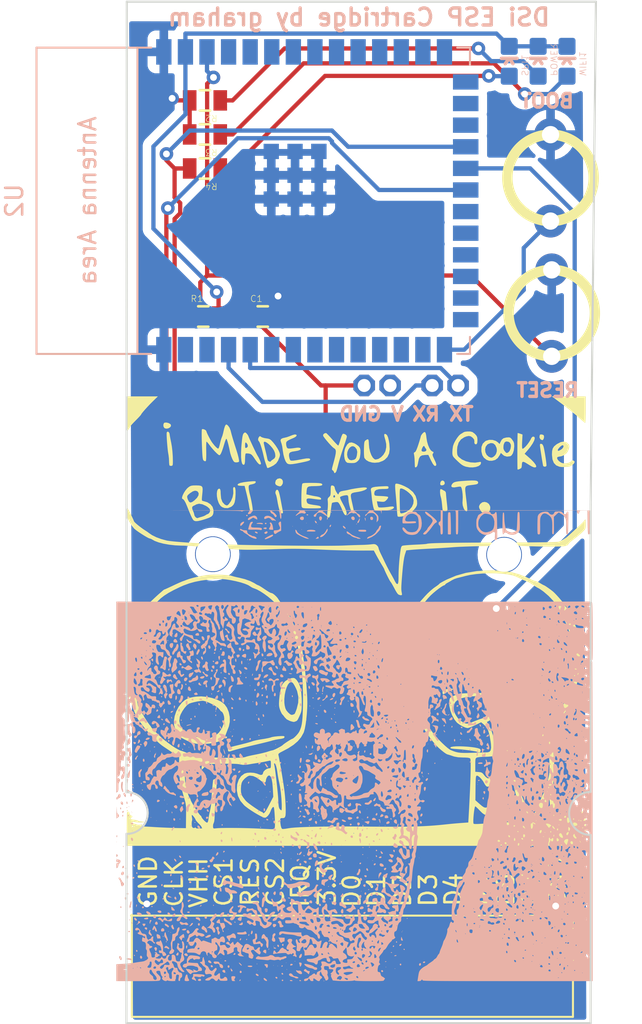
<source format=kicad_pcb>
(kicad_pcb (version 20240108) (generator "pcbnew") (generator_version "8.0")
  (title_block (title "Nintendo DS Breakout Board") (date "2021-01-04") (rev "1.0") (company "pedro-javierf") (comment 1 "pedrojavier.com") (comment 2 "A breakout board for Nintendo DS/DSi/3DS exposing all signals"))
  (layers (0 "F.Cu" signal) (31 "B.Cu" signal) (34 "B.Paste" user) (35 "F.Paste" user) (36 "B.SilkS" user "B.Silkscreen") (37 "F.SilkS" user "F.Silkscreen") (38 "B.Mask" user) (39 "F.Mask" user) (44 "Edge.Cuts" user))
  (net 0 "")
  (net 33 "unconnected-(U1-D5-Pad13)")
  (net 35 "/GND")
  (net 39 "unconnected-(U1-UNUSED-Pad3)")
  (net 42 "/TXD")
  (net 43 "/RXD")
  (net 44 "/VCC")
  (net 45 "/SPI_CS")
  (net 46 "/SPI_CLK")
  (net 47 "/SPI_MOSI")
  (net 48 "/SPI_MISO")
  (net 49 "Net-(BOOT1-1)")
  (net 50 "Net-(RESET1-1)")
  (net 51 "Net-(POWER2-PadA)")
  (net 52 "Net-(R3-Pad1)")
  (net 53 "Net-(R4-Pad1)")
  (footprint "Connector:nds_contact_pads" (layer "F.Cu") (at 124.5 92.8579)
    (property "Reference" "U1" (hide yes))
    (property "Value" "ndsPADS" (hide yes))
    (pad "1" smd rect (at -7.1 3.95) (size 1 5) (layers "F.Cu" "F.Paste" "F.Mask") (net 35 "/GND"))
    (pad "2" smd rect (at -5.6 3.35) (size 1 3.8) (layers "F.Cu" "F.Paste" "F.Mask") (net 46 "/SPI_CLK"))
    (pad "3" smd rect (at -4.1 3.35) (size 1 3.8) (layers "F.Cu" "F.Paste" "F.Mask") (net 39 "unconnected-(U1-UNUSED-Pad3)"))
    (pad "4" smd rect (at -2.6 3.35) (size 1 3.8) (layers "F.Cu" "F.Paste" "F.Mask"))
    (pad "5" smd rect (at -1.1 3.35) (size 1 3.8) (layers "F.Cu" "F.Paste" "F.Mask"))
    (pad "6" smd rect (at 0.4 3.35) (size 1 3.8) (layers "F.Cu" "F.Paste" "F.Mask") (net 45 "/SPI_CS"))
    (pad "7" smd rect (at 1.9 3.35) (size 1 3.8) (layers "F.Cu" "F.Paste" "F.Mask"))
    (pad "8" smd rect (at 3.4 3.7) (size 1 4.5) (layers "F.Cu" "F.Paste" "F.Mask") (net 44 "/VCC"))
    (pad "9" smd rect (at 4.9 3.35) (size 1 3.8) (layers "F.Cu" "F.Paste" "F.Mask"))
    (pad "10" smd rect (at 6.4 3.35) (size 1 3.8) (layers "F.Cu" "F.Paste" "F.Mask"))
    (pad "11" smd rect (at 7.9 3.35) (size 1 3.8) (layers "F.Cu" "F.Paste" "F.Mask"))
    (pad "12" smd rect (at 9.4 3.35) (size 1 3.8) (layers "F.Cu" "F.Paste" "F.Mask"))
    (pad "13" smd rect (at 10.9 3.35) (size 1 3.8) (layers "F.Cu" "F.Paste" "F.Mask") (net 33 "unconnected-(U1-D5-Pad13)"))
    (pad "14" smd rect (at 12.4 3.35) (size 1 3.8) (layers "F.Cu" "F.Paste" "F.Mask"))
    (pad "15" smd rect (at 13.9 3.35) (size 1 3.8) (layers "F.Cu" "F.Paste" "F.Mask"))
    (pad "16" smd rect (at 15.4 3.35) (size 1 3.8) (layers "F.Cu" "F.Paste" "F.Mask") (net 47 "/SPI_MOSI"))
    (pad "17" smd rect (at 16.9 3.95) (size 1 5) (layers "F.Cu" "F.Paste" "F.Mask") (net 35 "/GND"))
  )
  (footprint "Ilya_Teach:1X2_SMALL_TH" (layer "F.Cu") (at 134.93 62.7529)
    (property "Reference" "PROGRAM1" (hide yes))
    (property "Value" "~")
    (pad "1" thru_hole roundrect (at -0.762 0) (size 1.27 1.27) (drill 0.762) (layers "*.Cu" "*.Mask") (chamfer_ratio 0.2928932188) (chamfer top_left top_right bottom_left bottom_right) (net 42 "/TXD"))
    (pad "2" thru_hole roundrect (at 0.762 0) (size 1.27 1.27) (drill 0.762) (layers "*.Cu" "*.Mask") (chamfer_ratio 0.2928932188) (chamfer top_left top_right bottom_left bottom_right) (net 43 "/RXD"))
  )
  (footprint "Ilya_Teach:0805" (layer "F.Cu") (at 120.8 48 180)
    (property "Reference" "R3" (at -0.762 -0.8255 180) (layer "F.SilkS") (effects (font (size 0.373888 0.373888) (thickness 0.032512)) (justify left bottom)))
    (property "Value" "330")
    (pad "1" smd rect (at -0.9 0 180) (size 0.8 1.2) (layers "F.Cu" "F.Paste" "F.Mask") (net 52 "Net-(R3-Pad1)"))
    (pad "2" smd rect (at 0.9 0 180) (size 0.8 1.2) (layers "F.Cu" "F.Paste" "F.Mask") (net 35 "/GND"))
  )
  (footprint "Ilya_Teach:BTN_2" (layer "F.Cu") (at 141.2 58.5 90)
    (property "Reference" "RESET1" (hide yes))
    (property "Value" "~")
    (pad "P$1" thru_hole circle (at -2.54 0 90) (size 1.9304 1.9304) (drill 1.016) (layers "*.Cu" "*.Mask") (net 50 "Net-(RESET1-1)"))
    (pad "P$2" thru_hole circle (at 2.54 0 90) (size 1.9304 1.9304) (drill 1.016) (layers "*.Cu" "*.Mask") (net 35 "/GND"))
  )
  (footprint "Ilya_Teach:1X2_SMALL_TH" (layer "F.Cu") (at 130.93 62.7529)
    (property "Reference" "POWER1" (hide yes))
    (property "Value" "~")
    (pad "1" thru_hole roundrect (at -0.762 0) (size 1.27 1.27) (drill 0.762) (layers "*.Cu" "*.Mask") (chamfer_ratio 0.2928932188) (chamfer top_left top_right bottom_left bottom_right) (net 44 "/VCC"))
    (pad "2" thru_hole roundrect (at 0.762 0) (size 1.27 1.27) (drill 0.762) (layers "*.Cu" "*.Mask") (chamfer_ratio 0.2928932188) (chamfer top_left top_right bottom_left bottom_right) (net 35 "/GND"))
  )
  (footprint "Ilya_Teach:BTN_2" (layer "F.Cu") (at 141.13 50.5529 90)
    (property "Reference" "BOOT1" (hide yes))
    (property "Value" "~")
    (pad "P$1" thru_hole circle (at -2.54 0 90) (size 1.9304 1.9304) (drill 1.016) (layers "*.Cu" "*.Mask") (net 49 "Net-(BOOT1-1)"))
    (pad "P$2" thru_hole circle (at 2.54 0 90) (size 1.9304 1.9304) (drill 1.016) (layers "*.Cu" "*.Mask") (net 35 "/GND"))
  )
  (footprint "LOGO" (layer "F.Cu") (at 129.7 76.6)
    (property "Reference" "G***" (hide yes))
    (property "Value" "LOGO" (hide yes))
  )
  (footprint "Ilya_Teach:0805" (layer "F.Cu") (at 124.2 58.7)
    (property "Reference" "C1" (at -0.762 -0.8255 0) (layer "F.SilkS") (effects (font (size 0.373888 0.373888) (thickness 0.032512)) (justify left bottom)))
    (property "Value" "~")
    (pad "1" smd rect (at -0.9 0) (size 0.8 1.2) (layers "F.Cu" "F.Paste" "F.Mask") (net 44 "/VCC"))
    (pad "2" smd rect (at 0.9 0) (size 0.8 1.2) (layers "F.Cu" "F.Paste" "F.Mask") (net 35 "/GND"))
  )
  (footprint "Ilya_Teach:0805" (layer "F.Cu") (at 120.8 46 180)
    (property "Reference" "R2" (at -0.762 -0.8255 180) (layer "F.SilkS") (effects (font (size 0.373888 0.373888) (thickness 0.032512)) (justify left bottom)))
    (property "Value" "330")
    (pad "1" smd rect (at -0.9 0 180) (size 0.8 1.2) (layers "F.Cu" "F.Paste" "F.Mask") (net 51 "Net-(POWER2-PadA)"))
    (pad "2" smd rect (at 0.9 0 180) (size 0.8 1.2) (layers "F.Cu" "F.Paste" "F.Mask") (net 35 "/GND"))
  )
  (footprint "Ilya_Teach:0805" (layer "F.Cu") (at 120.8 50 180)
    (property "Reference" "R4" (at -0.762 -0.8255 180) (layer "F.SilkS") (effects (font (size 0.373888 0.373888) (thickness 0.032512)) (justify left bottom)))
    (property "Value" "330")
    (pad "1" smd rect (at -0.9 0 180) (size 0.8 1.2) (layers "F.Cu" "F.Paste" "F.Mask") (net 53 "Net-(R4-Pad1)"))
    (pad "2" smd rect (at 0.9 0 180) (size 0.8 1.2) (layers "F.Cu" "F.Paste" "F.Mask") (net 45 "/SPI_CS"))
  )
  (footprint "Ilya_Teach:0805" (layer "F.Cu") (at 120.7 58.7)
    (property "Reference" "R1" (at -0.762 -0.8255 0) (layer "F.SilkS") (effects (font (size 0.373888 0.373888) (thickness 0.032512)) (justify left bottom)))
    (property "Value" "10000")
    (pad "1" smd rect (at -0.9 0) (size 0.8 1.2) (layers "F.Cu" "F.Paste" "F.Mask") (net 50 "Net-(RESET1-1)"))
    (pad "2" smd rect (at 0.9 0) (size 0.8 1.2) (layers "F.Cu" "F.Paste" "F.Mask") (net 44 "/VCC"))
  )
  (footprint "PCM_Espressif:ESP32-S3-WROOM-1" (layer "B.Cu") (at 126.64 51.9 -90)
    (property "Reference" "U2" (at 0 17.05 90) (layer "B.SilkS") (effects (justify mirror)))
    (property "Value" "ESP32-S3-WROOM-1")
    (fp_text user "Antenna Area" (at 0 12.75 90) (layer "B.SilkS") (effects (justify mirror)))
    (pad "1" smd rect (at -8.75 8.26 270) (size 1.5 0.9) (layers "B.Cu" "B.Paste" "B.Mask") (net 35 "/GND"))
    (pad "2" smd rect (at -8.75 6.99 270) (size 1.5 0.9) (layers "B.Cu" "B.Paste" "B.Mask") (net 44 "/VCC"))
    (pad "3" smd rect (at -8.75 5.72 270) (size 1.5 0.9) (layers "B.Cu" "B.Paste" "B.Mask") (net 50 "Net-(RESET1-1)"))
    (pad "4" smd rect (at -8.75 4.45 270) (size 1.5 0.9) (layers "B.Cu" "B.Paste" "B.Mask"))
    (pad "5" smd rect (at -8.75 3.18 270) (size 1.5 0.9) (layers "B.Cu" "B.Paste" "B.Mask"))
    (pad "6" smd rect (at -8.75 1.91 270) (size 1.5 0.9) (layers "B.Cu" "B.Paste" "B.Mask"))
    (pad "7" smd rect (at -8.75 0.64 270) (size 1.5 0.9) (layers "B.Cu" "B.Paste" "B.Mask"))
    (pad "8" smd rect (at -8.75 -0.63 270) (size 1.5 0.9) (layers "B.Cu" "B.Paste" "B.Mask"))
    (pad "9" smd rect (at -8.75 -1.9 270) (size 1.5 0.9) (layers "B.Cu" "B.Paste" "B.Mask"))
    (pad "10" smd rect (at -8.75 -3.17 270) (size 1.5 0.9) (layers "B.Cu" "B.Paste" "B.Mask"))
    (pad "11" smd rect (at -8.75 -4.44 270) (size 1.5 0.9) (layers "B.Cu" "B.Paste" "B.Mask"))
    (pad "12" smd rect (at -8.75 -5.71 270) (size 1.5 0.9) (layers "B.Cu" "B.Paste" "B.Mask"))
    (pad "13" smd rect (at -8.75 -6.98 270) (size 1.5 0.9) (layers "B.Cu" "B.Paste" "B.Mask"))
    (pad "14" smd rect (at -8.75 -8.25 270) (size 1.5 0.9) (layers "B.Cu" "B.Paste" "B.Mask"))
    (pad "15" smd rect (at -6.985 -9.5 180) (size 1.5 0.9) (layers "B.Cu" "B.Paste" "B.Mask"))
    (pad "16" smd rect (at -5.715 -9.5 180) (size 1.5 0.9) (layers "B.Cu" "B.Paste" "B.Mask"))
    (pad "17" smd rect (at -4.445 -9.5 180) (size 1.5 0.9) (layers "B.Cu" "B.Paste" "B.Mask"))
    (pad "18" smd rect (at -3.175 -9.5 180) (size 1.5 0.9) (layers "B.Cu" "B.Paste" "B.Mask") (net 45 "/SPI_CS"))
    (pad "19" smd rect (at -1.905 -9.5 180) (size 1.5 0.9) (layers "B.Cu" "B.Paste" "B.Mask") (net 47 "/SPI_MOSI"))
    (pad "20" smd rect (at -0.635 -9.5 180) (size 1.5 0.9) (layers "B.Cu" "B.Paste" "B.Mask") (net 46 "/SPI_CLK"))
    (pad "21" smd rect (at 0.635 -9.5 180) (size 1.5 0.9) (layers "B.Cu" "B.Paste" "B.Mask") (net 48 "/SPI_MISO"))
    (pad "22" smd rect (at 1.905 -9.5 180) (size 1.5 0.9) (layers "B.Cu" "B.Paste" "B.Mask"))
    (pad "23" smd rect (at 3.175 -9.5 180) (size 1.5 0.9) (layers "B.Cu" "B.Paste" "B.Mask"))
    (pad "24" smd rect (at 4.445 -9.5 180) (size 1.5 0.9) (layers "B.Cu" "B.Paste" "B.Mask"))
    (pad "25" smd rect (at 5.715 -9.5 180) (size 1.5 0.9) (layers "B.Cu" "B.Paste" "B.Mask"))
    (pad "26" smd rect (at 6.985 -9.5 180) (size 1.5 0.9) (layers "B.Cu" "B.Paste" "B.Mask"))
    (pad "27" smd rect (at 8.75 -8.25 90) (size 1.5 0.9) (layers "B.Cu" "B.Paste" "B.Mask") (net 49 "Net-(BOOT1-1)"))
    (pad "28" smd rect (at 8.75 -6.98 90) (size 1.5 0.9) (layers "B.Cu" "B.Paste" "B.Mask"))
    (pad "29" smd rect (at 8.75 -5.71 90) (size 1.5 0.9) (layers "B.Cu" "B.Paste" "B.Mask"))
    (pad "30" smd rect (at 8.75 -4.44 90) (size 1.5 0.9) (layers "B.Cu" "B.Paste" "B.Mask"))
    (pad "31" smd rect (at 8.75 -3.17 90) (size 1.5 0.9) (layers "B.Cu" "B.Paste" "B.Mask"))
    (pad "32" smd rect (at 8.75 -1.9 90) (size 1.5 0.9) (layers "B.Cu" "B.Paste" "B.Mask"))
    (pad "33" smd rect (at 8.75 -0.63 90) (size 1.5 0.9) (layers "B.Cu" "B.Paste" "B.Mask"))
    (pad "34" smd rect (at 8.75 0.64 90) (size 1.5 0.9) (layers "B.Cu" "B.Paste" "B.Mask"))
    (pad "35" smd rect (at 8.75 1.91 90) (size 1.5 0.9) (layers "B.Cu" "B.Paste" "B.Mask"))
    (pad "36" smd rect (at 8.75 3.18 90) (size 1.5 0.9) (layers "B.Cu" "B.Paste" "B.Mask") (net 43 "/RXD"))
    (pad "37" smd rect (at 8.75 4.45 90) (size 1.5 0.9) (layers "B.Cu" "B.Paste" "B.Mask") (net 42 "/TXD"))
    (pad "38" smd rect (at 8.75 5.72 90) (size 1.5 0.9) (layers "B.Cu" "B.Paste" "B.Mask"))
    (pad "39" smd rect (at 8.75 6.99 90) (size 1.5 0.9) (layers "B.Cu" "B.Paste" "B.Mask"))
    (pad "40" smd rect (at 8.75 8.26 90) (size 1.5 0.9) (layers "B.Cu" "B.Paste" "B.Mask") (net 35 "/GND"))
    (pad "41" smd rect (at -2.9 -0.86 90) (size 0.9 0.9) (layers "B.Cu" "B.Paste" "B.Mask") (net 35 "/GND"))
    (pad "41" smd rect (at -2.9 -0.86 90) (size 0.9 0.9) (layers "B.Cu" "B.Paste" "B.Mask") (net 35 "/GND"))
    (pad "41" smd rect (at -2.9 0.54 90) (size 0.9 0.9) (layers "B.Cu" "B.Paste" "B.Mask") (net 35 "/GND"))
    (pad "41" smd rect (at -2.9 1.94 90) (size 0.9 0.9) (layers "B.Cu" "B.Paste" "B.Mask") (net 35 "/GND"))
    (pad "41" smd rect (at -1.5 -0.86 90) (size 0.9 0.9) (layers "B.Cu" "B.Paste" "B.Mask") (net 35 "/GND"))
    (pad "41" smd rect (at -1.5 0.54 90) (size 0.9 0.9) (layers "B.Cu" "B.Paste" "B.Mask") (net 35 "/GND"))
    (pad "41" smd rect (at -1.5 1.94 90) (size 0.9 0.9) (layers "B.Cu" "B.Paste" "B.Mask") (net 35 "/GND"))
    (pad "41" smd rect (at -1.5 1.94 90) (size 0.9 0.9) (layers "B.Cu" "B.Paste" "B.Mask") (net 35 "/GND"))
    (pad "41" smd rect (at -0.1 -0.86 90) (size 0.9 0.9) (layers "B.Cu" "B.Paste" "B.Mask") (net 35 "/GND"))
    (pad "41" smd rect (at -0.1 0.54 90) (size 0.9 0.9) (layers "B.Cu" "B.Paste" "B.Mask") (net 35 "/GND"))
    (pad "41" smd rect (at -0.1 1.94 90) (size 0.9 0.9) (layers "B.Cu" "B.Paste" "B.Mask") (net 35 "/GND"))
    (zone (net 0) (net_name "") (layers "*.Cu") (name "antenna keepout") (connect_pads (clearance 0)) (min_thickness 0.254)
      (keepout (tracks not_allowed) (vias not_allowed) (pads not_allowed) (copperpour not_allowed) (footprints not_allowed))
      (fill (thermal_gap 0.508) (thermal_bridge_width 0.508))
      (polygon (pts (xy 116.84 60.9) (xy 116.84 42.9) (xy 110.89 42.9) (xy 110.89 60.9)))
    )
  )
  (footprint "Ilya_Teach:LED-0603" (layer "B.Cu") (at 140.4 43.7 180)
    (property "Reference" "POWER" (at -0.6985 -0.889 -90) (layer "B.SilkS") (effects (font (size 0.373888 0.373888) (thickness 0.032512)) (justify left bottom mirror)))
    (property "Value" "RED")
    (pad "A" smd roundrect (at 0 -0.877 180) (size 1 1) (layers "B.Cu" "B.Paste" "B.Mask") (roundrect_rratio 0.15) (net 51 "Net-(POWER2-PadA)"))
    (pad "C" smd roundrect (at 0 0.877 180) (size 1 1) (layers "B.Cu" "B.Paste" "B.Mask") (roundrect_rratio 0.15) (net 44 "/VCC"))
  )
  (footprint "Ilya_Teach:LED-0603" (layer "B.Cu") (at 138.7 43.7 180)
    (property "Reference" "SPI1" (at -0.6985 -0.889 -90) (layer "B.SilkS") (effects (font (size 0.373888 0.373888) (thickness 0.032512)) (justify left bottom mirror)))
    (property "Value" "GREEN")
    (pad "A" smd roundrect (at 0 -0.877 180) (size 1 1) (layers "B.Cu" "B.Paste" "B.Mask") (roundrect_rratio 0.15) (net 53 "Net-(R4-Pad1)"))
    (pad "C" smd roundrect (at 0 0.877 180) (size 1 1) (layers "B.Cu" "B.Paste" "B.Mask") (roundrect_rratio 0.15) (net 44 "/VCC"))
  )
  (footprint "LOGO" (layer "B.Cu") (at 129.6 83.9 180)
    (property "Reference" "G***" (at 0 0 180) (layer "B.SilkS") (effects (font (size 1.5 1.5) (thickness 0.3)) (justify mirror)))
    (property "Value" "LOGO" (hide yes))
  )
  (footprint "Ilya_Teach:LED-0603" (layer "B.Cu") (at 142.1 43.7 180)
    (property "Reference" "WIFI1" (at -0.6985 -0.889 -90) (layer "B.SilkS") (effects (font (size 0.373888 0.373888) (thickness 0.032512)) (justify left bottom mirror)))
    (property "Value" "BLUE")
    (pad "A" smd roundrect (at 0 -0.877 180) (size 1 1) (layers "B.Cu" "B.Paste" "B.Mask") (roundrect_rratio 0.15) (net 52 "Net-(R3-Pad1)"))
    (pad "C" smd roundrect (at 0 0.877 180) (size 1 1) (layers "B.Cu" "B.Paste" "B.Mask") (roundrect_rratio 0.15) (net 44 "/VCC"))
  )
  (gr_line (start 143.489999 86.638899) (end 143.489999 69.747899) (stroke (width 0.12)) (layer "Edge.Cuts"))
  (gr_arc (start 116.185784 86.653086) (mid 117.429963 87.878292) (end 116.184999 89.102699) (stroke (width 0.12)) (layer "Edge.Cuts"))
  (gr_arc (start 143.489913 89.1669) (mid 142.215959 87.902856) (end 143.489999 86.638899) (stroke (width 0.12)) (layer "Edge.Cuts"))
  (gr_line (start 116.184999 89.102699) (end 116.179999 100.227899) (stroke (width 0.12)) (layer "Edge.Cuts"))
  (gr_line (start 143.489999 100.227899) (end 143.489913 89.1669) (stroke (width 0.12)) (layer "Edge.Cuts"))
  (gr_line (start 116.179999 100.227899) (end 143.489999 100.227899) (stroke (width 0.12)) (layer "Edge.Cuts"))
  (gr_line (start 116.2 40.2) (end 116.184999 69.747899) (stroke (width 0.12)) (layer "Edge.Cuts"))
  (gr_line (start 116.184999 69.747899) (end 116.185784 86.653086) (stroke (width 0.12)) (layer "Edge.Cuts"))
  (gr_line (start 143.8 40.2) (end 116.2 40.2) (stroke (width 0.12)) (layer "Edge.Cuts"))
  (gr_line (start 143.8 40.2) (end 143.489999 69.747899) (stroke (width 0.12)) (layer "Edge.Cuts"))
  (gr_text "BOOT" (at 142.6 46.5 -0) (layer "B.SilkS") (effects (font (size 0.8 0.8) (thickness 0.2) (bold yes)) (justify left bottom mirror)))
  (gr_text "DSi ESP Cartridge by graham" (at 141.2 41.7 0) (layer "B.SilkS") (effects (font (size 1 1) (thickness 0.2) (bold yes)) (justify left bottom mirror)))
  (gr_text "V GND" (at 132.6 64.9 -0) (layer "B.SilkS") (effects (font (size 0.8 0.8) (thickness 0.2) (bold yes)) (justify left bottom mirror)))
  (gr_text "RESET" (at 142.9 63.5 -0) (layer "B.SilkS") (effects (font (size 0.8 0.8) (thickness 0.2) (bold yes)) (justify left bottom mirror)))
  (gr_text "TX RX" (at 136.7 64.9 -0) (layer "B.SilkS") (effects (font (size 0.8 0.8) (thickness 0.2) (bold yes)) (justify left bottom mirror)))
  (gr_text "VHH" (at 120.426799 91.972899 90) (layer "F.SilkS") (effects (font (size 1 1))))
  (gr_text "D3" (at 133.929999 92.402899 90) (layer "F.SilkS") (effects (font (size 1 1))))
  (gr_text "CS1" (at 121.904999 91.927899 90) (layer "F.SilkS") (effects (font (size 1 1))))
  (gr_text "D1" (at 130.879999 92.427899 90) (layer "F.SilkS") (effects (font (size 1 1))))
  (gr_text "CLK" (at 118.979999 92.002899 90) (layer "F.SilkS") (effects (font (size 1 1))))
  (gr_text "D6" (at 138.479999 92.377899 90) (layer "F.SilkS") (effects (font (size 1 1))))
  (gr_text "3.3V" (at 127.979999 91.702899 90) (layer "F.SilkS") (effects (font (size 1 1))))
  (gr_text "CS2" (at 124.929999 91.927899 90) (layer "F.SilkS") (effects (font (size 1 1))))
  (gr_text "GND" (at 141.504999 91.909399 90) (layer "F.SilkS") (effects (font (size 1 1))))
  (gr_text "IRQ" (at 126.404999 92.152899 90) (layer "F.SilkS") (effects (font (size 1 1))))
  (gr_text "D7" (at 139.979999 92.377899 90) (layer "F.SilkS") (effects (font (size 1 1))))
  (gr_text "D5" (at 136.904999 92.377899 90) (layer "F.SilkS") (effects (font (size 1 1))))
  (gr_text "GND" (at 117.454999 91.902899 90) (layer "F.SilkS") (effects (font (size 1 1))))
  (gr_text "D0" (at 129.429999 92.452899 90) (layer "F.SilkS") (effects (font (size 1 1))))
  (gr_text "D2" (at 132.404999 92.427899 90) (layer "F.SilkS") (effects (font (size 1 1))))
  (gr_text "D4" (at 135.429999 92.377899 90) (layer "F.SilkS") (effects (font (size 1 1))))
  (gr_text "RES" (at 123.454999 91.927899 90) (layer "F.SilkS") (effects (font (size 1 1))))
  (segment (start 135.4 96.2079) (end 135.33 96.1379) (width 0.25) (layer "F.Cu") (net 33))
  (segment (start 141.4 96.8079) (end 141.4 98.8079) (width 0.25) (layer "F.Cu") (net 35))
  (segment (start 119.9 48) (end 119.9 46) (width 0.25) (layer "F.Cu") (net 35))
  (segment (start 141.4 93.3771) (end 141.433 93.3445) (width 0.25) (layer "F.Cu") (net 35))
  (segment (start 119.9 46) (end 119.1733 46) (width 0.25) (layer "F.Cu") (net 35))
  (segment (start 118.8682 45.8792) (end 119.0525 45.8792) (width 0.25) (layer "F.Cu") (net 35))
  (segment (start 125.1 58.7) (end 125.1 57.4983) (width 0.25) (layer "F.Cu") (net 35))
  (segment (start 119.0525 45.8792) (end 119.1733 46) (width 0.25) (layer "F.Cu") (net 35))
  (segment (start 117.4 96.8079) (end 117.4 93.2387) (width 0.25) (layer "F.Cu") (net 35))
  (segment (start 117.4 93.2387) (end 117.379 93.2175) (width 0.25) (layer "F.Cu") (net 35))
  (segment (start 141.4 96.8079) (end 141.4 93.3771) (width 0.25) (layer "F.Cu") (net 35))
  (via (at 117.379 93.2175) (size 0.8) (drill 0.4) (layers "F.Cu" "B.Cu") (net 35))
  (via (at 125.1 57.4983) (size 0.8) (drill 0.4) (layers "F.Cu" "B.Cu") (net 35))
  (via (at 141.433 93.3445) (size 0.8) (drill 0.4) (layers "F.Cu" "B.Cu") (net 35))
  (via (at 118.8682 45.8792) (size 0.8) (drill 0.4) (layers "F.Cu" "B.Cu") (net 35))
  (via (at 138.4 72.7) (size 2.1) (drill 2) (layers "F.Cu" "B.Cu") (net 39))
  (via (at 121.265 72.6689) (size 2.1) (drill 2) (layers "F.Cu" "B.Cu") (net 39))
  (segment (start 138.3895 72.6894) (end 138.4 72.7) (width 0.25) (layer "B.Cu") (net 39))
  (segment (start 138.41 72.6689) (end 138.3895 72.6894) (width 0.25) (layer "B.Cu") (net 39))
  (segment (start 138.3689 72.6689) (end 138.3895 72.6894) (width 0.25) (layer "B.Cu") (net 39))
  (segment (start 133.2051 62.7529) (end 132.2422 63.7158) (width 0.25) (layer "B.Cu") (net 42))
  (segment (start 132.2422 63.7158) (end 124.1791 63.7158) (width 0.25) (layer "B.Cu") (net 42))
  (segment (start 134.168 62.7529) (end 133.2051 62.7529) (width 0.25) (layer "B.Cu") (net 42))
  (segment (start 122.19 60.65) (end 122.19 61.7267) (width 0.25) (layer "B.Cu") (net 42))
  (segment (start 124.1791 63.7158) (end 122.19 61.7267) (width 0.25) (layer "B.Cu") (net 42))
  (segment (start 134.6658 61.7267) (end 123.46 61.7267) (width 0.25) (layer "B.Cu") (net 43))
  (segment (start 135.692 62.7529) (end 134.6658 61.7267) (width 0.25) (layer "B.Cu") (net 43))
  (segment (start 123.46 60.65) (end 123.46 61.7267) (width 0.25) (layer "B.Cu") (net 43))
  (segment (start 127.6254 62.7529) (end 127.9 62.7529) (width 0.25) (layer "F.Cu") (net 44))
  (segment (start 127.9 62.7529) (end 130.168 62.7529) (width 0.25) (layer "F.Cu") (net 44))
  (segment (start 124.0267 59.1542) (end 127.6254 62.7529) (width 0.25) (layer "F.Cu") (net 44))
  (segment (start 121.49 57.2585) (end 121.6 57.3685) (width 0.25) (layer "F.Cu") (net 44))
  (segment (start 121.6 58.7) (end 122.5733 58.7) (width 0.25) (layer "F.Cu") (net 44))
  (segment (start 127.9 62.7529) (end 127.9 96.5579) (width 0.25) (layer "F.Cu") (net 44))
  (segment (start 124.0267 58.7) (end 124.0267 59.1542) (width 0.25) (layer "F.Cu") (net 44))
  (segment (start 123.3 58.7) (end 122.5733 58.7) (width 0.25) (layer "F.Cu") (net 44))
  (segment (start 121.6 57.3685) (end 121.6 58.7) (width 0.25) (layer "F.Cu") (net 44))
  (segment (start 123.3 58.7) (end 124.0267 58.7) (width 0.25) (layer "F.Cu") (net 44))
  (via (at 121.49 57.2585) (size 0.8) (drill 0.4) (layers "F.Cu" "B.Cu") (net 44))
  (segment (start 140.4 42.823) (end 138.7 42.823) (width 0.25) (layer "B.Cu") (net 44))
  (segment (start 119.65 46.8229) (end 117.7688 48.7041) (width 0.25) (layer "B.Cu") (net 44))
  (segment (start 137.9503 42.0733) (end 119.65 42.0733) (width 0.25) (layer "B.Cu") (net 44))
  (segment (start 117.7688 53.5373) (end 121.49 57.2585) (width 0.25) (layer "B.Cu") (net 44))
  (segment (start 119.65 43.15) (end 119.65 46.8229) (width 0.25) (layer "B.Cu") (net 44))
  (segment (start 138.7 42.823) (end 137.9503 42.0733) (width 0.25) (layer "B.Cu") (net 44))
  (segment (start 142.1 42.823) (end 140.4 42.823) (width 0.25) (layer "B.Cu") (net 44))
  (segment (start 119.65 43.15) (end 119.65 42.0733) (width 0.25) (layer "B.Cu") (net 44))
  (segment (start 117.7688 48.7041) (end 117.7688 53.5373) (width 0.25) (layer "B.Cu") (net 44))
  (segment (start 119.0132 51.7007) (end 119.0132 50) (width 0.25) (layer "F.Cu") (net 45))
  (segment (start 124.9 73.3) (end 119.0147 67.4147) (width 0.25) (layer "F.Cu") (net 45))
  (segment (start 124.9 96.2079) (end 124.9 73.3) (width 0.25) (layer "F.Cu") (net 45))
  (segment (start 118.5329 49.5197) (end 118.5329 49.147) (width 0.25) (layer "F.Cu") (net 45))
  (segment (start 119.0147 52.9608) (end 119.343 52.6325) (width 0.25) (layer "F.Cu") (net 45))
  (segment (start 119.1733 50) (end 119.0132 50) (width 0.25) (layer "F.Cu") (net 45))
  (segment (start 119.343 52.0305) (end 119.0132 51.7007) (width 0.25) (layer "F.Cu") (net 45))
  (segment (start 119.0147 67.4147) (end 119.0147 52.9608) (width 0.25) (layer "F.Cu") (net 45))
  (segment (start 119.343 52.6325) (end 119.343 52.0305) (width 0.25) (layer "F.Cu") (net 45))
  (segment (start 119.9 50) (end 119.1733 50) (width 0.25) (layer "F.Cu") (net 45))
  (segment (start 119.0132 50) (end 118.5329 49.5197) (width 0.25) (layer "F.Cu") (net 45))
  (via (at 118.5329 49.147) (size 0.8) (drill 0.4) (layers "F.Cu" "B.Cu") (net 45))
  (segment (start 129.2259 48.725) (end 128.2725 47.7716) (width 0.25) (layer "B.Cu") (net 45))
  (segment (start 128.2725 47.7716) (end 119.9083 47.7716) (width 0.25) (layer "B.Cu") (net 45))
  (segment (start 136.14 48.725) (end 129.2259 48.725) (width 0.25) (layer "B.Cu") (net 45))
  (segment (start 119.9083 47.7716) (end 118.5329 49.147) (width 0.25) (layer "B.Cu") (net 45))
  (segment (start 118.6163 52.3315) (end 118.53 52.4178) (width 0.25) (layer "F.Cu") (net 46))
  (segment (start 118.53 52.4178) (end 118.53 95.8379) (width 0.25) (layer "F.Cu") (net 46))
  (segment (start 118.9 96.2079) (end 118.53 95.8379) (width 0.25) (layer "F.Cu") (net 46))
  (via (at 118.6163 52.3315) (size 0.8) (drill 0.4) (layers "F.Cu" "B.Cu") (net 46))
  (segment (start 128.2767 48.4146) (end 128.2767 48.5021) (width 0.25) (layer "B.Cu") (net 46))
  (segment (start 122.7245 48.2233) (end 128.0854 48.2233) (width 0.25) (layer "B.Cu") (net 46))
  (segment (start 128.2767 48.5021) (end 131.0396 51.265) (width 0.25) (layer "B.Cu") (net 46))
  (segment (start 128.0854 48.2233) (end 128.2767 48.4146) (width 0.25) (layer "B.Cu") (net 46))
  (segment (start 118.6163 52.3315) (end 122.7245 48.2233) (width 0.25) (layer "B.Cu") (net 46))
  (segment (start 131.0396 51.265) (end 136.14 51.265) (width 0.25) (layer "B.Cu") (net 46))
  (segment (start 137.9387 75.86) (end 139.9 77.8213) (width 0.25) (layer "F.Cu") (net 47))
  (segment (start 139.9 77.8213) (end 139.9 96.2079) (width 0.25) (layer "F.Cu") (net 47))
  (via (at 137.9387 75.86) (size 0.8) (drill 0.4) (layers "F.Cu" "B.Cu") (net 47))
  (segment (start 142.5518 52.6133) (end 142.5518 71.2469) (width 0.25) (layer "B.Cu") (net 47))
  (segment (start 142.5518 71.2469) (end 137.9387 75.86) (width 0.25) (layer "B.Cu") (net 47))
  (segment (start 136.14 49.995) (end 139.9335 49.995) (width 0.25) (layer "B.Cu") (net 47))
  (segment (start 139.9335 49.995) (end 142.5518 52.6133) (width 0.25) (layer "B.Cu") (net 47))
  (segment (start 139.5533 54.6696) (end 141.13 53.0929) (width 0.25) (layer "B.Cu") (net 49))
  (segment (start 134.89 60.65) (end 136.0501 60.65) (width 0.25) (layer "B.Cu") (net 49))
  (segment (start 136.0501 60.65) (end 139.5533 57.1468) (width 0.25) (layer "B.Cu") (net 49))
  (segment (start 139.5533 57.1468) (end 139.5533 54.6696) (width 0.25) (layer "B.Cu") (net 49))
  (segment (start 120.5267 56.6935) (end 120.9281 56.2921) (width 0.25) (layer "F.Cu") (net 50))
  (segment (start 120.9281 45.0228) (end 120.9281 56.2921) (width 0.25) (layer "F.Cu") (net 50))
  (segment (start 136.4521 56.2921) (end 141.2 61.04) (width 0.25) (layer "F.Cu") (net 50))
  (segment (start 120.5267 58.7) (end 120.5267 56.6935) (width 0.25) (layer "F.Cu") (net 50))
  (segment (start 121.3009 44.65) (end 120.9281 45.0228) (width 0.25) (layer "F.Cu") (net 50))
  (segment (start 119.8 58.7) (end 120.5267 58.7) (width 0.25) (layer "F.Cu") (net 50))
  (segment (start 120.9281 56.2921) (end 136.4521 56.2921) (width 0.25) (layer "F.Cu") (net 50))
  (via (at 121.3009 44.65) (size 0.8) (drill 0.4) (layers "F.Cu" "B.Cu") (net 50))
  (segment (start 120.92 44.2691) (end 121.3009 44.65) (width 0.25) (layer "B.Cu") (net 50))
  (segment (start 120.92 43.15) (end 120.92 44.2691) (width 0.25) (layer "B.Cu") (net 50))
  (segment (start 125.4793 42.9474) (end 136.8884 42.9474) (width 0.25) (layer "F.Cu") (net 51))
  (segment (start 121.7 46) (end 122.4267 46) (width 0.25) (layer "F.Cu") (net 51))
  (segment (start 122.4267 46) (end 125.4793 42.9474) (width 0.25) (layer "F.Cu") (net 51))
  (via (at 136.8884 42.9474) (size 0.8) (drill 0.4) (layers "F.Cu" "B.Cu") (net 51))
  (segment (start 137.6337 43.6927) (end 139.5157 43.6927) (width 0.25) (layer "B.Cu") (net 51))
  (segment (start 136.8884 42.9474) (end 137.6337 43.6927) (width 0.25) (layer "B.Cu") (net 51))
  (segment (start 139.5157 43.6927) (end 140.4 44.577) (width 0.25) (layer "B.Cu") (net 51))
  (segment (start 121.7 48) (end 122.4267 48) (width 0.25) (layer "F.Cu") (net 52))
  (segment (start 122.4267 48) (end 126.6037 43.823) (width 0.25) (layer "F.Cu") (net 52))
  (segment (start 137.8068 43.823) (end 139.6108 45.627) (width 0.25) (layer "F.Cu") (net 52))
  (segment (start 126.6037 43.823) (end 137.8068 43.823) (width 0.25) (layer "F.Cu") (net 52))
  (via (at 139.6108 45.627) (size 0.8) (drill 0.4) (layers "F.Cu" "B.Cu") (net 52))
  (segment (start 139.6108 45.627) (end 141.05 45.627) (width 0.25) (layer "B.Cu") (net 52))
  (segment (start 141.05 45.627) (end 142.1 44.577) (width 0.25) (layer "B.Cu") (net 52))
  (segment (start 127.8683 44.5584) (end 122.4267 50) (width 0.25) (layer "F.Cu") (net 53))
  (segment (start 137.4984 44.5584) (end 127.8683 44.5584) (width 0.25) (layer "F.Cu") (net 53))
  (segment (start 121.7 50) (end 122.4267 50) (width 0.25) (layer "F.Cu") (net 53))
  (via (at 137.4984 44.5584) (size 0.8) (drill 0.4) (layers "F.Cu" "B.Cu") (net 53))
  (segment (start 138.7 44.577) (end 137.517 44.577) (width 0.25) (layer "B.Cu") (net 53))
  (segment (start 137.517 44.577) (end 137.4984 44.5584) (width 0.25) (layer "B.Cu") (net 53))
  (zone (net 35) (net_name "/GND") (layer "B.Cu") (connect_pads (clearance 0.508)) (min_thickness 0.254) (fill yes (thermal_gap 0.508) (thermal_bridge_width 0.508))
    (polygon (pts (xy 116.340599 41.351099) (xy 143.010599 41.401899) (xy 143.235999 100.024699) (xy 116.565999 100.024699) (xy 116.464399 69.900299)))
  )
)
</source>
